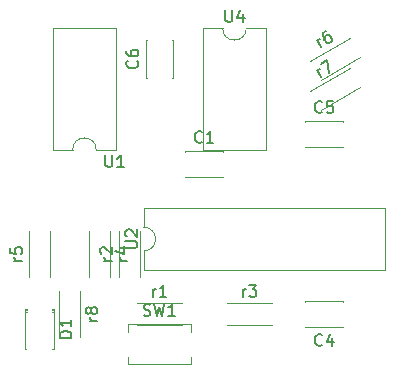
<source format=gbr>
%TF.GenerationSoftware,KiCad,Pcbnew,7.0.5*%
%TF.CreationDate,2024-11-04T15:17:59-05:00*%
%TF.ProjectId,93c46a_cnc,39336334-3661-45f6-936e-632e6b696361,rev?*%
%TF.SameCoordinates,Original*%
%TF.FileFunction,Legend,Top*%
%TF.FilePolarity,Positive*%
%FSLAX46Y46*%
G04 Gerber Fmt 4.6, Leading zero omitted, Abs format (unit mm)*
G04 Created by KiCad (PCBNEW 7.0.5) date 2024-11-04 15:17:59*
%MOMM*%
%LPD*%
G01*
G04 APERTURE LIST*
%ADD10C,0.150000*%
%ADD11C,0.120000*%
G04 APERTURE END LIST*
D10*
%TO.C,SW1*%
X27269885Y-41309645D02*
X27412742Y-41357264D01*
X27412742Y-41357264D02*
X27650837Y-41357264D01*
X27650837Y-41357264D02*
X27746075Y-41309645D01*
X27746075Y-41309645D02*
X27793694Y-41262025D01*
X27793694Y-41262025D02*
X27841313Y-41166787D01*
X27841313Y-41166787D02*
X27841313Y-41071549D01*
X27841313Y-41071549D02*
X27793694Y-40976311D01*
X27793694Y-40976311D02*
X27746075Y-40928692D01*
X27746075Y-40928692D02*
X27650837Y-40881073D01*
X27650837Y-40881073D02*
X27460361Y-40833454D01*
X27460361Y-40833454D02*
X27365123Y-40785835D01*
X27365123Y-40785835D02*
X27317504Y-40738216D01*
X27317504Y-40738216D02*
X27269885Y-40642978D01*
X27269885Y-40642978D02*
X27269885Y-40547740D01*
X27269885Y-40547740D02*
X27317504Y-40452502D01*
X27317504Y-40452502D02*
X27365123Y-40404883D01*
X27365123Y-40404883D02*
X27460361Y-40357264D01*
X27460361Y-40357264D02*
X27698456Y-40357264D01*
X27698456Y-40357264D02*
X27841313Y-40404883D01*
X28174647Y-40357264D02*
X28412742Y-41357264D01*
X28412742Y-41357264D02*
X28603218Y-40642978D01*
X28603218Y-40642978D02*
X28793694Y-41357264D01*
X28793694Y-41357264D02*
X29031790Y-40357264D01*
X29936551Y-41357264D02*
X29365123Y-41357264D01*
X29650837Y-41357264D02*
X29650837Y-40357264D01*
X29650837Y-40357264D02*
X29555599Y-40500121D01*
X29555599Y-40500121D02*
X29460361Y-40595359D01*
X29460361Y-40595359D02*
X29365123Y-40642978D01*
%TO.C,D1*%
X21158037Y-43215539D02*
X20158037Y-43215539D01*
X20158037Y-43215539D02*
X20158037Y-42977444D01*
X20158037Y-42977444D02*
X20205656Y-42834587D01*
X20205656Y-42834587D02*
X20300894Y-42739349D01*
X20300894Y-42739349D02*
X20396132Y-42691730D01*
X20396132Y-42691730D02*
X20586608Y-42644111D01*
X20586608Y-42644111D02*
X20729465Y-42644111D01*
X20729465Y-42644111D02*
X20919941Y-42691730D01*
X20919941Y-42691730D02*
X21015179Y-42739349D01*
X21015179Y-42739349D02*
X21110418Y-42834587D01*
X21110418Y-42834587D02*
X21158037Y-42977444D01*
X21158037Y-42977444D02*
X21158037Y-43215539D01*
X21158037Y-41691730D02*
X21158037Y-42263158D01*
X21158037Y-41977444D02*
X20158037Y-41977444D01*
X20158037Y-41977444D02*
X20300894Y-42072682D01*
X20300894Y-42072682D02*
X20396132Y-42167920D01*
X20396132Y-42167920D02*
X20443751Y-42263158D01*
%TO.C,r8*%
X23358037Y-41760063D02*
X22691370Y-41760063D01*
X22881846Y-41760063D02*
X22786608Y-41712444D01*
X22786608Y-41712444D02*
X22738989Y-41664825D01*
X22738989Y-41664825D02*
X22691370Y-41569587D01*
X22691370Y-41569587D02*
X22691370Y-41474349D01*
X22786608Y-40998158D02*
X22738989Y-41093396D01*
X22738989Y-41093396D02*
X22691370Y-41141015D01*
X22691370Y-41141015D02*
X22596132Y-41188634D01*
X22596132Y-41188634D02*
X22548513Y-41188634D01*
X22548513Y-41188634D02*
X22453275Y-41141015D01*
X22453275Y-41141015D02*
X22405656Y-41093396D01*
X22405656Y-41093396D02*
X22358037Y-40998158D01*
X22358037Y-40998158D02*
X22358037Y-40807682D01*
X22358037Y-40807682D02*
X22405656Y-40712444D01*
X22405656Y-40712444D02*
X22453275Y-40664825D01*
X22453275Y-40664825D02*
X22548513Y-40617206D01*
X22548513Y-40617206D02*
X22596132Y-40617206D01*
X22596132Y-40617206D02*
X22691370Y-40664825D01*
X22691370Y-40664825D02*
X22738989Y-40712444D01*
X22738989Y-40712444D02*
X22786608Y-40807682D01*
X22786608Y-40807682D02*
X22786608Y-40998158D01*
X22786608Y-40998158D02*
X22834227Y-41093396D01*
X22834227Y-41093396D02*
X22881846Y-41141015D01*
X22881846Y-41141015D02*
X22977084Y-41188634D01*
X22977084Y-41188634D02*
X23167560Y-41188634D01*
X23167560Y-41188634D02*
X23262798Y-41141015D01*
X23262798Y-41141015D02*
X23310418Y-41093396D01*
X23310418Y-41093396D02*
X23358037Y-40998158D01*
X23358037Y-40998158D02*
X23358037Y-40807682D01*
X23358037Y-40807682D02*
X23310418Y-40712444D01*
X23310418Y-40712444D02*
X23262798Y-40664825D01*
X23262798Y-40664825D02*
X23167560Y-40617206D01*
X23167560Y-40617206D02*
X22977084Y-40617206D01*
X22977084Y-40617206D02*
X22881846Y-40664825D01*
X22881846Y-40664825D02*
X22834227Y-40712444D01*
X22834227Y-40712444D02*
X22786608Y-40807682D01*
%TO.C,r5*%
X16978037Y-36680063D02*
X16311370Y-36680063D01*
X16501846Y-36680063D02*
X16406608Y-36632444D01*
X16406608Y-36632444D02*
X16358989Y-36584825D01*
X16358989Y-36584825D02*
X16311370Y-36489587D01*
X16311370Y-36489587D02*
X16311370Y-36394349D01*
X15978037Y-35584825D02*
X15978037Y-36061015D01*
X15978037Y-36061015D02*
X16454227Y-36108634D01*
X16454227Y-36108634D02*
X16406608Y-36061015D01*
X16406608Y-36061015D02*
X16358989Y-35965777D01*
X16358989Y-35965777D02*
X16358989Y-35727682D01*
X16358989Y-35727682D02*
X16406608Y-35632444D01*
X16406608Y-35632444D02*
X16454227Y-35584825D01*
X16454227Y-35584825D02*
X16549465Y-35537206D01*
X16549465Y-35537206D02*
X16787560Y-35537206D01*
X16787560Y-35537206D02*
X16882798Y-35584825D01*
X16882798Y-35584825D02*
X16930418Y-35632444D01*
X16930418Y-35632444D02*
X16978037Y-35727682D01*
X16978037Y-35727682D02*
X16978037Y-35965777D01*
X16978037Y-35965777D02*
X16930418Y-36061015D01*
X16930418Y-36061015D02*
X16882798Y-36108634D01*
%TO.C,r4*%
X25898037Y-36680063D02*
X25231370Y-36680063D01*
X25421846Y-36680063D02*
X25326608Y-36632444D01*
X25326608Y-36632444D02*
X25278989Y-36584825D01*
X25278989Y-36584825D02*
X25231370Y-36489587D01*
X25231370Y-36489587D02*
X25231370Y-36394349D01*
X25231370Y-35632444D02*
X25898037Y-35632444D01*
X24850418Y-35870539D02*
X25564703Y-36108634D01*
X25564703Y-36108634D02*
X25564703Y-35489587D01*
%TO.C,U2*%
X25728037Y-35624349D02*
X26537560Y-35624349D01*
X26537560Y-35624349D02*
X26632798Y-35576730D01*
X26632798Y-35576730D02*
X26680418Y-35529111D01*
X26680418Y-35529111D02*
X26728037Y-35433873D01*
X26728037Y-35433873D02*
X26728037Y-35243397D01*
X26728037Y-35243397D02*
X26680418Y-35148159D01*
X26680418Y-35148159D02*
X26632798Y-35100540D01*
X26632798Y-35100540D02*
X26537560Y-35052921D01*
X26537560Y-35052921D02*
X25728037Y-35052921D01*
X25823275Y-34624349D02*
X25775656Y-34576730D01*
X25775656Y-34576730D02*
X25728037Y-34481492D01*
X25728037Y-34481492D02*
X25728037Y-34243397D01*
X25728037Y-34243397D02*
X25775656Y-34148159D01*
X25775656Y-34148159D02*
X25823275Y-34100540D01*
X25823275Y-34100540D02*
X25918513Y-34052921D01*
X25918513Y-34052921D02*
X26013751Y-34052921D01*
X26013751Y-34052921D02*
X26156608Y-34100540D01*
X26156608Y-34100540D02*
X26728037Y-34671968D01*
X26728037Y-34671968D02*
X26728037Y-34052921D01*
%TO.C,r3*%
X35675599Y-39747264D02*
X35675599Y-39080597D01*
X35675599Y-39271073D02*
X35723218Y-39175835D01*
X35723218Y-39175835D02*
X35770837Y-39128216D01*
X35770837Y-39128216D02*
X35866075Y-39080597D01*
X35866075Y-39080597D02*
X35961313Y-39080597D01*
X36199409Y-38747264D02*
X36818456Y-38747264D01*
X36818456Y-38747264D02*
X36485123Y-39128216D01*
X36485123Y-39128216D02*
X36627980Y-39128216D01*
X36627980Y-39128216D02*
X36723218Y-39175835D01*
X36723218Y-39175835D02*
X36770837Y-39223454D01*
X36770837Y-39223454D02*
X36818456Y-39318692D01*
X36818456Y-39318692D02*
X36818456Y-39556787D01*
X36818456Y-39556787D02*
X36770837Y-39652025D01*
X36770837Y-39652025D02*
X36723218Y-39699645D01*
X36723218Y-39699645D02*
X36627980Y-39747264D01*
X36627980Y-39747264D02*
X36342266Y-39747264D01*
X36342266Y-39747264D02*
X36247028Y-39699645D01*
X36247028Y-39699645D02*
X36199409Y-39652025D01*
%TO.C,r2*%
X24598037Y-36680063D02*
X23931370Y-36680063D01*
X24121846Y-36680063D02*
X24026608Y-36632444D01*
X24026608Y-36632444D02*
X23978989Y-36584825D01*
X23978989Y-36584825D02*
X23931370Y-36489587D01*
X23931370Y-36489587D02*
X23931370Y-36394349D01*
X23693275Y-36108634D02*
X23645656Y-36061015D01*
X23645656Y-36061015D02*
X23598037Y-35965777D01*
X23598037Y-35965777D02*
X23598037Y-35727682D01*
X23598037Y-35727682D02*
X23645656Y-35632444D01*
X23645656Y-35632444D02*
X23693275Y-35584825D01*
X23693275Y-35584825D02*
X23788513Y-35537206D01*
X23788513Y-35537206D02*
X23883751Y-35537206D01*
X23883751Y-35537206D02*
X24026608Y-35584825D01*
X24026608Y-35584825D02*
X24598037Y-36156253D01*
X24598037Y-36156253D02*
X24598037Y-35537206D01*
%TO.C,C4*%
X42386551Y-43822025D02*
X42338932Y-43869645D01*
X42338932Y-43869645D02*
X42196075Y-43917264D01*
X42196075Y-43917264D02*
X42100837Y-43917264D01*
X42100837Y-43917264D02*
X41957980Y-43869645D01*
X41957980Y-43869645D02*
X41862742Y-43774406D01*
X41862742Y-43774406D02*
X41815123Y-43679168D01*
X41815123Y-43679168D02*
X41767504Y-43488692D01*
X41767504Y-43488692D02*
X41767504Y-43345835D01*
X41767504Y-43345835D02*
X41815123Y-43155359D01*
X41815123Y-43155359D02*
X41862742Y-43060121D01*
X41862742Y-43060121D02*
X41957980Y-42964883D01*
X41957980Y-42964883D02*
X42100837Y-42917264D01*
X42100837Y-42917264D02*
X42196075Y-42917264D01*
X42196075Y-42917264D02*
X42338932Y-42964883D01*
X42338932Y-42964883D02*
X42386551Y-43012502D01*
X43243694Y-43250597D02*
X43243694Y-43917264D01*
X43005599Y-42869645D02*
X42767504Y-43583930D01*
X42767504Y-43583930D02*
X43386551Y-43583930D01*
%TO.C,C1*%
X32226551Y-26622025D02*
X32178932Y-26669645D01*
X32178932Y-26669645D02*
X32036075Y-26717264D01*
X32036075Y-26717264D02*
X31940837Y-26717264D01*
X31940837Y-26717264D02*
X31797980Y-26669645D01*
X31797980Y-26669645D02*
X31702742Y-26574406D01*
X31702742Y-26574406D02*
X31655123Y-26479168D01*
X31655123Y-26479168D02*
X31607504Y-26288692D01*
X31607504Y-26288692D02*
X31607504Y-26145835D01*
X31607504Y-26145835D02*
X31655123Y-25955359D01*
X31655123Y-25955359D02*
X31702742Y-25860121D01*
X31702742Y-25860121D02*
X31797980Y-25764883D01*
X31797980Y-25764883D02*
X31940837Y-25717264D01*
X31940837Y-25717264D02*
X32036075Y-25717264D01*
X32036075Y-25717264D02*
X32178932Y-25764883D01*
X32178932Y-25764883D02*
X32226551Y-25812502D01*
X33178932Y-26717264D02*
X32607504Y-26717264D01*
X32893218Y-26717264D02*
X32893218Y-25717264D01*
X32893218Y-25717264D02*
X32797980Y-25860121D01*
X32797980Y-25860121D02*
X32702742Y-25955359D01*
X32702742Y-25955359D02*
X32607504Y-26002978D01*
%TO.C,U4*%
X34191313Y-15477264D02*
X34191313Y-16286787D01*
X34191313Y-16286787D02*
X34238932Y-16382025D01*
X34238932Y-16382025D02*
X34286551Y-16429645D01*
X34286551Y-16429645D02*
X34381789Y-16477264D01*
X34381789Y-16477264D02*
X34572265Y-16477264D01*
X34572265Y-16477264D02*
X34667503Y-16429645D01*
X34667503Y-16429645D02*
X34715122Y-16382025D01*
X34715122Y-16382025D02*
X34762741Y-16286787D01*
X34762741Y-16286787D02*
X34762741Y-15477264D01*
X35667503Y-15810597D02*
X35667503Y-16477264D01*
X35429408Y-15429645D02*
X35191313Y-16143930D01*
X35191313Y-16143930D02*
X35810360Y-16143930D01*
%TO.C,r7*%
X42296080Y-21167370D02*
X41962747Y-20590019D01*
X42057985Y-20754977D02*
X42051605Y-20648689D01*
X42051605Y-20648689D02*
X42069035Y-20583640D01*
X42069035Y-20583640D02*
X42127704Y-20494781D01*
X42127704Y-20494781D02*
X42210183Y-20447162D01*
X42249713Y-20039439D02*
X42827063Y-19706106D01*
X42827063Y-19706106D02*
X42955909Y-20786417D01*
%TO.C,r6*%
X42296080Y-18627370D02*
X41962747Y-18050019D01*
X42057985Y-18214977D02*
X42051605Y-18108689D01*
X42051605Y-18108689D02*
X42069035Y-18043640D01*
X42069035Y-18043640D02*
X42127704Y-17954781D01*
X42127704Y-17954781D02*
X42210183Y-17907162D01*
X42703345Y-17237535D02*
X42538388Y-17332773D01*
X42538388Y-17332773D02*
X42479719Y-17421631D01*
X42479719Y-17421631D02*
X42462289Y-17486680D01*
X42462289Y-17486680D02*
X42451239Y-17658017D01*
X42451239Y-17658017D02*
X42505238Y-17846784D01*
X42505238Y-17846784D02*
X42695714Y-18176698D01*
X42695714Y-18176698D02*
X42784573Y-18235367D01*
X42784573Y-18235367D02*
X42849621Y-18252797D01*
X42849621Y-18252797D02*
X42955909Y-18246417D01*
X42955909Y-18246417D02*
X43120867Y-18151179D01*
X43120867Y-18151179D02*
X43179536Y-18062321D01*
X43179536Y-18062321D02*
X43196966Y-17997272D01*
X43196966Y-17997272D02*
X43190586Y-17890984D01*
X43190586Y-17890984D02*
X43071538Y-17684787D01*
X43071538Y-17684787D02*
X42982680Y-17626118D01*
X42982680Y-17626118D02*
X42917631Y-17608688D01*
X42917631Y-17608688D02*
X42811343Y-17615068D01*
X42811343Y-17615068D02*
X42646386Y-17710306D01*
X42646386Y-17710306D02*
X42587717Y-17799165D01*
X42587717Y-17799165D02*
X42570287Y-17864213D01*
X42570287Y-17864213D02*
X42576667Y-17970502D01*
%TO.C,r1*%
X28055599Y-39747264D02*
X28055599Y-39080597D01*
X28055599Y-39271073D02*
X28103218Y-39175835D01*
X28103218Y-39175835D02*
X28150837Y-39128216D01*
X28150837Y-39128216D02*
X28246075Y-39080597D01*
X28246075Y-39080597D02*
X28341313Y-39080597D01*
X29198456Y-39747264D02*
X28627028Y-39747264D01*
X28912742Y-39747264D02*
X28912742Y-38747264D01*
X28912742Y-38747264D02*
X28817504Y-38890121D01*
X28817504Y-38890121D02*
X28722266Y-38985359D01*
X28722266Y-38985359D02*
X28627028Y-39032978D01*
%TO.C,C6*%
X26712798Y-19769111D02*
X26760418Y-19816730D01*
X26760418Y-19816730D02*
X26808037Y-19959587D01*
X26808037Y-19959587D02*
X26808037Y-20054825D01*
X26808037Y-20054825D02*
X26760418Y-20197682D01*
X26760418Y-20197682D02*
X26665179Y-20292920D01*
X26665179Y-20292920D02*
X26569941Y-20340539D01*
X26569941Y-20340539D02*
X26379465Y-20388158D01*
X26379465Y-20388158D02*
X26236608Y-20388158D01*
X26236608Y-20388158D02*
X26046132Y-20340539D01*
X26046132Y-20340539D02*
X25950894Y-20292920D01*
X25950894Y-20292920D02*
X25855656Y-20197682D01*
X25855656Y-20197682D02*
X25808037Y-20054825D01*
X25808037Y-20054825D02*
X25808037Y-19959587D01*
X25808037Y-19959587D02*
X25855656Y-19816730D01*
X25855656Y-19816730D02*
X25903275Y-19769111D01*
X25808037Y-18911968D02*
X25808037Y-19102444D01*
X25808037Y-19102444D02*
X25855656Y-19197682D01*
X25855656Y-19197682D02*
X25903275Y-19245301D01*
X25903275Y-19245301D02*
X26046132Y-19340539D01*
X26046132Y-19340539D02*
X26236608Y-19388158D01*
X26236608Y-19388158D02*
X26617560Y-19388158D01*
X26617560Y-19388158D02*
X26712798Y-19340539D01*
X26712798Y-19340539D02*
X26760418Y-19292920D01*
X26760418Y-19292920D02*
X26808037Y-19197682D01*
X26808037Y-19197682D02*
X26808037Y-19007206D01*
X26808037Y-19007206D02*
X26760418Y-18911968D01*
X26760418Y-18911968D02*
X26712798Y-18864349D01*
X26712798Y-18864349D02*
X26617560Y-18816730D01*
X26617560Y-18816730D02*
X26379465Y-18816730D01*
X26379465Y-18816730D02*
X26284227Y-18864349D01*
X26284227Y-18864349D02*
X26236608Y-18911968D01*
X26236608Y-18911968D02*
X26188989Y-19007206D01*
X26188989Y-19007206D02*
X26188989Y-19197682D01*
X26188989Y-19197682D02*
X26236608Y-19292920D01*
X26236608Y-19292920D02*
X26284227Y-19340539D01*
X26284227Y-19340539D02*
X26379465Y-19388158D01*
%TO.C,C5*%
X42386551Y-24082025D02*
X42338932Y-24129645D01*
X42338932Y-24129645D02*
X42196075Y-24177264D01*
X42196075Y-24177264D02*
X42100837Y-24177264D01*
X42100837Y-24177264D02*
X41957980Y-24129645D01*
X41957980Y-24129645D02*
X41862742Y-24034406D01*
X41862742Y-24034406D02*
X41815123Y-23939168D01*
X41815123Y-23939168D02*
X41767504Y-23748692D01*
X41767504Y-23748692D02*
X41767504Y-23605835D01*
X41767504Y-23605835D02*
X41815123Y-23415359D01*
X41815123Y-23415359D02*
X41862742Y-23320121D01*
X41862742Y-23320121D02*
X41957980Y-23224883D01*
X41957980Y-23224883D02*
X42100837Y-23177264D01*
X42100837Y-23177264D02*
X42196075Y-23177264D01*
X42196075Y-23177264D02*
X42338932Y-23224883D01*
X42338932Y-23224883D02*
X42386551Y-23272502D01*
X43291313Y-23177264D02*
X42815123Y-23177264D01*
X42815123Y-23177264D02*
X42767504Y-23653454D01*
X42767504Y-23653454D02*
X42815123Y-23605835D01*
X42815123Y-23605835D02*
X42910361Y-23558216D01*
X42910361Y-23558216D02*
X43148456Y-23558216D01*
X43148456Y-23558216D02*
X43243694Y-23605835D01*
X43243694Y-23605835D02*
X43291313Y-23653454D01*
X43291313Y-23653454D02*
X43338932Y-23748692D01*
X43338932Y-23748692D02*
X43338932Y-23986787D01*
X43338932Y-23986787D02*
X43291313Y-24082025D01*
X43291313Y-24082025D02*
X43243694Y-24129645D01*
X43243694Y-24129645D02*
X43148456Y-24177264D01*
X43148456Y-24177264D02*
X42910361Y-24177264D01*
X42910361Y-24177264D02*
X42815123Y-24129645D01*
X42815123Y-24129645D02*
X42767504Y-24082025D01*
%TO.C,U1*%
X24031313Y-27757264D02*
X24031313Y-28566787D01*
X24031313Y-28566787D02*
X24078932Y-28662025D01*
X24078932Y-28662025D02*
X24126551Y-28709645D01*
X24126551Y-28709645D02*
X24221789Y-28757264D01*
X24221789Y-28757264D02*
X24412265Y-28757264D01*
X24412265Y-28757264D02*
X24507503Y-28709645D01*
X24507503Y-28709645D02*
X24555122Y-28662025D01*
X24555122Y-28662025D02*
X24602741Y-28566787D01*
X24602741Y-28566787D02*
X24602741Y-27757264D01*
X25602741Y-28757264D02*
X25031313Y-28757264D01*
X25317027Y-28757264D02*
X25317027Y-27757264D01*
X25317027Y-27757264D02*
X25221789Y-27900121D01*
X25221789Y-27900121D02*
X25126551Y-27995359D01*
X25126551Y-27995359D02*
X25031313Y-28042978D01*
D11*
%TO.C,SW1*%
X25933218Y-42031445D02*
X25933218Y-42697445D01*
X31273218Y-42031445D02*
X31273218Y-42697445D01*
X31273218Y-44807445D02*
X31273218Y-45473445D01*
X25933218Y-42031445D02*
X31273218Y-42031445D01*
X25933218Y-44807445D02*
X25933218Y-45473445D01*
X25933218Y-45473445D02*
X31273218Y-45473445D01*
%TO.C,D1*%
X17363218Y-41007445D02*
X17183218Y-41007445D01*
X17363218Y-40767445D02*
X17183218Y-40767445D01*
X19703218Y-40767445D02*
X19523218Y-40767445D01*
X19703218Y-40887445D02*
X19523218Y-40887445D01*
X19703218Y-40767445D02*
X19703218Y-44187445D01*
X19703218Y-44187445D02*
X19538218Y-44187445D01*
X17363218Y-40887445D02*
X17183218Y-40887445D01*
X17183218Y-40767445D02*
X17183218Y-44187445D01*
X17348218Y-44187445D02*
X17183218Y-44187445D01*
X19703218Y-41007445D02*
X19523218Y-41007445D01*
%TO.C,r8*%
X20063218Y-39292445D02*
X20063218Y-43132445D01*
X21903218Y-39292445D02*
X21903218Y-43132445D01*
%TO.C,r5*%
X19363218Y-38052445D02*
X19363218Y-34212445D01*
X17523218Y-38052445D02*
X17523218Y-34212445D01*
%TO.C,r4*%
X22603218Y-34212445D02*
X22603218Y-38052445D01*
X24443218Y-34212445D02*
X24443218Y-38052445D01*
%TO.C,U2*%
X27273218Y-32212445D02*
X27273218Y-33862445D01*
X27273218Y-37512445D02*
X47713218Y-37512445D01*
X47713218Y-32212445D02*
X27273218Y-32212445D01*
X47713218Y-37512445D02*
X47713218Y-32212445D01*
X27273218Y-35862445D02*
X27273218Y-37512445D01*
X27273218Y-35862445D02*
G75*
G03*
X27273218Y-33862445I0J1000000D01*
G01*
%TO.C,r3*%
X34303218Y-40292445D02*
X38143218Y-40292445D01*
X34303218Y-42132445D02*
X38143218Y-42132445D01*
%TO.C,r2*%
X26983218Y-38052445D02*
X26983218Y-34212445D01*
X25143218Y-38052445D02*
X25143218Y-34212445D01*
%TO.C,C4*%
X44173218Y-42332445D02*
X40933218Y-42332445D01*
X40933218Y-42332445D02*
X40933218Y-42267445D01*
X40933218Y-40157445D02*
X40933218Y-40092445D01*
X44173218Y-40157445D02*
X44173218Y-40092445D01*
X44173218Y-40092445D02*
X40933218Y-40092445D01*
X44173218Y-42332445D02*
X44173218Y-42267445D01*
%TO.C,C1*%
X30773218Y-27392445D02*
X34013218Y-27392445D01*
X34013218Y-27392445D02*
X34013218Y-27457445D01*
X34013218Y-29567445D02*
X34013218Y-29632445D01*
X30773218Y-29567445D02*
X30773218Y-29632445D01*
X30773218Y-29632445D02*
X34013218Y-29632445D01*
X30773218Y-27392445D02*
X30773218Y-27457445D01*
%TO.C,U4*%
X37603218Y-17022445D02*
X35953218Y-17022445D01*
X32303218Y-17022445D02*
X32303218Y-27302445D01*
X37603218Y-27302445D02*
X37603218Y-17022445D01*
X33953218Y-17022445D02*
X32303218Y-17022445D01*
X32303218Y-27302445D02*
X37603218Y-27302445D01*
X33953218Y-17022445D02*
G75*
G03*
X35953218Y-17022445I1000000J0D01*
G01*
%TO.C,r7*%
X42300154Y-23919188D02*
X45625691Y-21999188D01*
X41380154Y-22325702D02*
X44705691Y-20405702D01*
%TO.C,r6*%
X42300154Y-21379188D02*
X45625691Y-19459188D01*
X41380154Y-19785702D02*
X44705691Y-17865702D01*
%TO.C,r1*%
X26683218Y-42132445D02*
X30523218Y-42132445D01*
X26683218Y-40292445D02*
X30523218Y-40292445D01*
%TO.C,C6*%
X27483218Y-21222445D02*
X27483218Y-17982445D01*
X27483218Y-17982445D02*
X27548218Y-17982445D01*
X29658218Y-17982445D02*
X29723218Y-17982445D01*
X29658218Y-21222445D02*
X29723218Y-21222445D01*
X29723218Y-21222445D02*
X29723218Y-17982445D01*
X27483218Y-21222445D02*
X27548218Y-21222445D01*
%TO.C,C5*%
X40933218Y-24852445D02*
X44173218Y-24852445D01*
X44173218Y-24852445D02*
X44173218Y-24917445D01*
X44173218Y-27027445D02*
X44173218Y-27092445D01*
X40933218Y-27027445D02*
X40933218Y-27092445D01*
X40933218Y-27092445D02*
X44173218Y-27092445D01*
X40933218Y-24852445D02*
X40933218Y-24917445D01*
%TO.C,U1*%
X19603218Y-27302445D02*
X21253218Y-27302445D01*
X24903218Y-27302445D02*
X24903218Y-17022445D01*
X19603218Y-17022445D02*
X19603218Y-27302445D01*
X23253218Y-27302445D02*
X24903218Y-27302445D01*
X24903218Y-17022445D02*
X19603218Y-17022445D01*
X23253218Y-27302445D02*
G75*
G03*
X21253218Y-27302445I-1000000J0D01*
G01*
%TD*%
M02*

</source>
